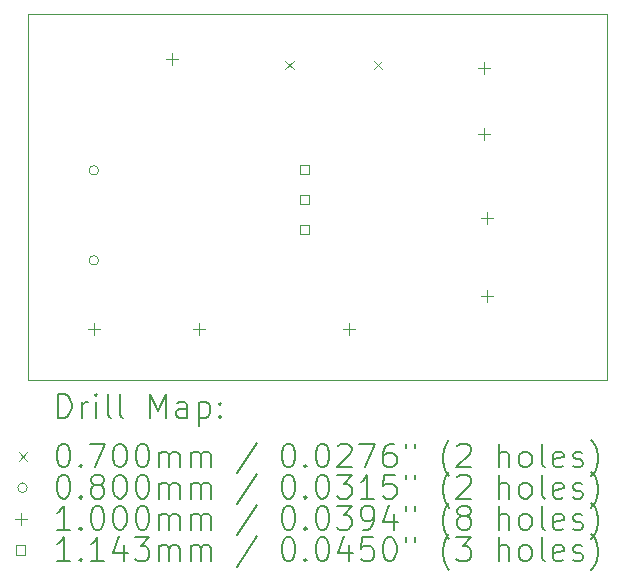
<source format=gbr>
%TF.GenerationSoftware,KiCad,Pcbnew,7.0.10*%
%TF.CreationDate,2025-02-21T18:11:26-05:00*%
%TF.ProjectId,sol pcb,736f6c20-7063-4622-9e6b-696361645f70,rev?*%
%TF.SameCoordinates,Original*%
%TF.FileFunction,Drillmap*%
%TF.FilePolarity,Positive*%
%FSLAX45Y45*%
G04 Gerber Fmt 4.5, Leading zero omitted, Abs format (unit mm)*
G04 Created by KiCad (PCBNEW 7.0.10) date 2025-02-21 18:11:26*
%MOMM*%
%LPD*%
G01*
G04 APERTURE LIST*
%ADD10C,0.100000*%
%ADD11C,0.200000*%
%ADD12C,0.114300*%
G04 APERTURE END LIST*
D10*
X12903200Y-4089400D02*
X17805400Y-4089400D01*
X17805400Y-7188200D01*
X12903200Y-7188200D01*
X12903200Y-4089400D01*
D11*
D10*
X15084000Y-4486200D02*
X15154000Y-4556200D01*
X15154000Y-4486200D02*
X15084000Y-4556200D01*
X15834000Y-4486200D02*
X15904000Y-4556200D01*
X15904000Y-4486200D02*
X15834000Y-4556200D01*
X13502000Y-5410200D02*
G75*
G03*
X13422000Y-5410200I-40000J0D01*
G01*
X13422000Y-5410200D02*
G75*
G03*
X13502000Y-5410200I40000J0D01*
G01*
X13502000Y-6172200D02*
G75*
G03*
X13422000Y-6172200I-40000J0D01*
G01*
X13422000Y-6172200D02*
G75*
G03*
X13502000Y-6172200I40000J0D01*
G01*
X13462000Y-6706400D02*
X13462000Y-6806400D01*
X13412000Y-6756400D02*
X13512000Y-6756400D01*
X14122400Y-4420400D02*
X14122400Y-4520400D01*
X14072400Y-4470400D02*
X14172400Y-4470400D01*
X14351000Y-6706400D02*
X14351000Y-6806400D01*
X14301000Y-6756400D02*
X14401000Y-6756400D01*
X15621000Y-6706400D02*
X15621000Y-6806400D01*
X15571000Y-6756400D02*
X15671000Y-6756400D01*
X16764000Y-4496600D02*
X16764000Y-4596600D01*
X16714000Y-4546600D02*
X16814000Y-4546600D01*
X16764000Y-5055400D02*
X16764000Y-5155400D01*
X16714000Y-5105400D02*
X16814000Y-5105400D01*
X16789400Y-5766600D02*
X16789400Y-5866600D01*
X16739400Y-5816600D02*
X16839400Y-5816600D01*
X16789400Y-6427000D02*
X16789400Y-6527000D01*
X16739400Y-6477000D02*
X16839400Y-6477000D01*
D12*
X15288031Y-5441722D02*
X15288031Y-5360899D01*
X15207208Y-5360899D01*
X15207208Y-5441722D01*
X15288031Y-5441722D01*
X15288031Y-5695721D02*
X15288031Y-5614898D01*
X15207208Y-5614898D01*
X15207208Y-5695721D01*
X15288031Y-5695721D01*
X15288031Y-5949721D02*
X15288031Y-5868898D01*
X15207208Y-5868898D01*
X15207208Y-5949721D01*
X15288031Y-5949721D01*
D11*
X13158977Y-7504684D02*
X13158977Y-7304684D01*
X13158977Y-7304684D02*
X13206596Y-7304684D01*
X13206596Y-7304684D02*
X13235167Y-7314208D01*
X13235167Y-7314208D02*
X13254215Y-7333255D01*
X13254215Y-7333255D02*
X13263739Y-7352303D01*
X13263739Y-7352303D02*
X13273262Y-7390398D01*
X13273262Y-7390398D02*
X13273262Y-7418969D01*
X13273262Y-7418969D02*
X13263739Y-7457065D01*
X13263739Y-7457065D02*
X13254215Y-7476112D01*
X13254215Y-7476112D02*
X13235167Y-7495160D01*
X13235167Y-7495160D02*
X13206596Y-7504684D01*
X13206596Y-7504684D02*
X13158977Y-7504684D01*
X13358977Y-7504684D02*
X13358977Y-7371350D01*
X13358977Y-7409446D02*
X13368501Y-7390398D01*
X13368501Y-7390398D02*
X13378024Y-7380874D01*
X13378024Y-7380874D02*
X13397072Y-7371350D01*
X13397072Y-7371350D02*
X13416120Y-7371350D01*
X13482786Y-7504684D02*
X13482786Y-7371350D01*
X13482786Y-7304684D02*
X13473262Y-7314208D01*
X13473262Y-7314208D02*
X13482786Y-7323731D01*
X13482786Y-7323731D02*
X13492310Y-7314208D01*
X13492310Y-7314208D02*
X13482786Y-7304684D01*
X13482786Y-7304684D02*
X13482786Y-7323731D01*
X13606596Y-7504684D02*
X13587548Y-7495160D01*
X13587548Y-7495160D02*
X13578024Y-7476112D01*
X13578024Y-7476112D02*
X13578024Y-7304684D01*
X13711358Y-7504684D02*
X13692310Y-7495160D01*
X13692310Y-7495160D02*
X13682786Y-7476112D01*
X13682786Y-7476112D02*
X13682786Y-7304684D01*
X13939929Y-7504684D02*
X13939929Y-7304684D01*
X13939929Y-7304684D02*
X14006596Y-7447541D01*
X14006596Y-7447541D02*
X14073262Y-7304684D01*
X14073262Y-7304684D02*
X14073262Y-7504684D01*
X14254215Y-7504684D02*
X14254215Y-7399922D01*
X14254215Y-7399922D02*
X14244691Y-7380874D01*
X14244691Y-7380874D02*
X14225643Y-7371350D01*
X14225643Y-7371350D02*
X14187548Y-7371350D01*
X14187548Y-7371350D02*
X14168501Y-7380874D01*
X14254215Y-7495160D02*
X14235167Y-7504684D01*
X14235167Y-7504684D02*
X14187548Y-7504684D01*
X14187548Y-7504684D02*
X14168501Y-7495160D01*
X14168501Y-7495160D02*
X14158977Y-7476112D01*
X14158977Y-7476112D02*
X14158977Y-7457065D01*
X14158977Y-7457065D02*
X14168501Y-7438017D01*
X14168501Y-7438017D02*
X14187548Y-7428493D01*
X14187548Y-7428493D02*
X14235167Y-7428493D01*
X14235167Y-7428493D02*
X14254215Y-7418969D01*
X14349453Y-7371350D02*
X14349453Y-7571350D01*
X14349453Y-7380874D02*
X14368501Y-7371350D01*
X14368501Y-7371350D02*
X14406596Y-7371350D01*
X14406596Y-7371350D02*
X14425643Y-7380874D01*
X14425643Y-7380874D02*
X14435167Y-7390398D01*
X14435167Y-7390398D02*
X14444691Y-7409446D01*
X14444691Y-7409446D02*
X14444691Y-7466588D01*
X14444691Y-7466588D02*
X14435167Y-7485636D01*
X14435167Y-7485636D02*
X14425643Y-7495160D01*
X14425643Y-7495160D02*
X14406596Y-7504684D01*
X14406596Y-7504684D02*
X14368501Y-7504684D01*
X14368501Y-7504684D02*
X14349453Y-7495160D01*
X14530405Y-7485636D02*
X14539929Y-7495160D01*
X14539929Y-7495160D02*
X14530405Y-7504684D01*
X14530405Y-7504684D02*
X14520882Y-7495160D01*
X14520882Y-7495160D02*
X14530405Y-7485636D01*
X14530405Y-7485636D02*
X14530405Y-7504684D01*
X14530405Y-7380874D02*
X14539929Y-7390398D01*
X14539929Y-7390398D02*
X14530405Y-7399922D01*
X14530405Y-7399922D02*
X14520882Y-7390398D01*
X14520882Y-7390398D02*
X14530405Y-7380874D01*
X14530405Y-7380874D02*
X14530405Y-7399922D01*
D10*
X12828200Y-7798200D02*
X12898200Y-7868200D01*
X12898200Y-7798200D02*
X12828200Y-7868200D01*
D11*
X13197072Y-7724684D02*
X13216120Y-7724684D01*
X13216120Y-7724684D02*
X13235167Y-7734208D01*
X13235167Y-7734208D02*
X13244691Y-7743731D01*
X13244691Y-7743731D02*
X13254215Y-7762779D01*
X13254215Y-7762779D02*
X13263739Y-7800874D01*
X13263739Y-7800874D02*
X13263739Y-7848493D01*
X13263739Y-7848493D02*
X13254215Y-7886588D01*
X13254215Y-7886588D02*
X13244691Y-7905636D01*
X13244691Y-7905636D02*
X13235167Y-7915160D01*
X13235167Y-7915160D02*
X13216120Y-7924684D01*
X13216120Y-7924684D02*
X13197072Y-7924684D01*
X13197072Y-7924684D02*
X13178024Y-7915160D01*
X13178024Y-7915160D02*
X13168501Y-7905636D01*
X13168501Y-7905636D02*
X13158977Y-7886588D01*
X13158977Y-7886588D02*
X13149453Y-7848493D01*
X13149453Y-7848493D02*
X13149453Y-7800874D01*
X13149453Y-7800874D02*
X13158977Y-7762779D01*
X13158977Y-7762779D02*
X13168501Y-7743731D01*
X13168501Y-7743731D02*
X13178024Y-7734208D01*
X13178024Y-7734208D02*
X13197072Y-7724684D01*
X13349453Y-7905636D02*
X13358977Y-7915160D01*
X13358977Y-7915160D02*
X13349453Y-7924684D01*
X13349453Y-7924684D02*
X13339929Y-7915160D01*
X13339929Y-7915160D02*
X13349453Y-7905636D01*
X13349453Y-7905636D02*
X13349453Y-7924684D01*
X13425643Y-7724684D02*
X13558977Y-7724684D01*
X13558977Y-7724684D02*
X13473262Y-7924684D01*
X13673262Y-7724684D02*
X13692310Y-7724684D01*
X13692310Y-7724684D02*
X13711358Y-7734208D01*
X13711358Y-7734208D02*
X13720882Y-7743731D01*
X13720882Y-7743731D02*
X13730405Y-7762779D01*
X13730405Y-7762779D02*
X13739929Y-7800874D01*
X13739929Y-7800874D02*
X13739929Y-7848493D01*
X13739929Y-7848493D02*
X13730405Y-7886588D01*
X13730405Y-7886588D02*
X13720882Y-7905636D01*
X13720882Y-7905636D02*
X13711358Y-7915160D01*
X13711358Y-7915160D02*
X13692310Y-7924684D01*
X13692310Y-7924684D02*
X13673262Y-7924684D01*
X13673262Y-7924684D02*
X13654215Y-7915160D01*
X13654215Y-7915160D02*
X13644691Y-7905636D01*
X13644691Y-7905636D02*
X13635167Y-7886588D01*
X13635167Y-7886588D02*
X13625643Y-7848493D01*
X13625643Y-7848493D02*
X13625643Y-7800874D01*
X13625643Y-7800874D02*
X13635167Y-7762779D01*
X13635167Y-7762779D02*
X13644691Y-7743731D01*
X13644691Y-7743731D02*
X13654215Y-7734208D01*
X13654215Y-7734208D02*
X13673262Y-7724684D01*
X13863739Y-7724684D02*
X13882786Y-7724684D01*
X13882786Y-7724684D02*
X13901834Y-7734208D01*
X13901834Y-7734208D02*
X13911358Y-7743731D01*
X13911358Y-7743731D02*
X13920882Y-7762779D01*
X13920882Y-7762779D02*
X13930405Y-7800874D01*
X13930405Y-7800874D02*
X13930405Y-7848493D01*
X13930405Y-7848493D02*
X13920882Y-7886588D01*
X13920882Y-7886588D02*
X13911358Y-7905636D01*
X13911358Y-7905636D02*
X13901834Y-7915160D01*
X13901834Y-7915160D02*
X13882786Y-7924684D01*
X13882786Y-7924684D02*
X13863739Y-7924684D01*
X13863739Y-7924684D02*
X13844691Y-7915160D01*
X13844691Y-7915160D02*
X13835167Y-7905636D01*
X13835167Y-7905636D02*
X13825643Y-7886588D01*
X13825643Y-7886588D02*
X13816120Y-7848493D01*
X13816120Y-7848493D02*
X13816120Y-7800874D01*
X13816120Y-7800874D02*
X13825643Y-7762779D01*
X13825643Y-7762779D02*
X13835167Y-7743731D01*
X13835167Y-7743731D02*
X13844691Y-7734208D01*
X13844691Y-7734208D02*
X13863739Y-7724684D01*
X14016120Y-7924684D02*
X14016120Y-7791350D01*
X14016120Y-7810398D02*
X14025643Y-7800874D01*
X14025643Y-7800874D02*
X14044691Y-7791350D01*
X14044691Y-7791350D02*
X14073263Y-7791350D01*
X14073263Y-7791350D02*
X14092310Y-7800874D01*
X14092310Y-7800874D02*
X14101834Y-7819922D01*
X14101834Y-7819922D02*
X14101834Y-7924684D01*
X14101834Y-7819922D02*
X14111358Y-7800874D01*
X14111358Y-7800874D02*
X14130405Y-7791350D01*
X14130405Y-7791350D02*
X14158977Y-7791350D01*
X14158977Y-7791350D02*
X14178024Y-7800874D01*
X14178024Y-7800874D02*
X14187548Y-7819922D01*
X14187548Y-7819922D02*
X14187548Y-7924684D01*
X14282786Y-7924684D02*
X14282786Y-7791350D01*
X14282786Y-7810398D02*
X14292310Y-7800874D01*
X14292310Y-7800874D02*
X14311358Y-7791350D01*
X14311358Y-7791350D02*
X14339929Y-7791350D01*
X14339929Y-7791350D02*
X14358977Y-7800874D01*
X14358977Y-7800874D02*
X14368501Y-7819922D01*
X14368501Y-7819922D02*
X14368501Y-7924684D01*
X14368501Y-7819922D02*
X14378024Y-7800874D01*
X14378024Y-7800874D02*
X14397072Y-7791350D01*
X14397072Y-7791350D02*
X14425643Y-7791350D01*
X14425643Y-7791350D02*
X14444691Y-7800874D01*
X14444691Y-7800874D02*
X14454215Y-7819922D01*
X14454215Y-7819922D02*
X14454215Y-7924684D01*
X14844691Y-7715160D02*
X14673263Y-7972303D01*
X15101834Y-7724684D02*
X15120882Y-7724684D01*
X15120882Y-7724684D02*
X15139929Y-7734208D01*
X15139929Y-7734208D02*
X15149453Y-7743731D01*
X15149453Y-7743731D02*
X15158977Y-7762779D01*
X15158977Y-7762779D02*
X15168501Y-7800874D01*
X15168501Y-7800874D02*
X15168501Y-7848493D01*
X15168501Y-7848493D02*
X15158977Y-7886588D01*
X15158977Y-7886588D02*
X15149453Y-7905636D01*
X15149453Y-7905636D02*
X15139929Y-7915160D01*
X15139929Y-7915160D02*
X15120882Y-7924684D01*
X15120882Y-7924684D02*
X15101834Y-7924684D01*
X15101834Y-7924684D02*
X15082786Y-7915160D01*
X15082786Y-7915160D02*
X15073263Y-7905636D01*
X15073263Y-7905636D02*
X15063739Y-7886588D01*
X15063739Y-7886588D02*
X15054215Y-7848493D01*
X15054215Y-7848493D02*
X15054215Y-7800874D01*
X15054215Y-7800874D02*
X15063739Y-7762779D01*
X15063739Y-7762779D02*
X15073263Y-7743731D01*
X15073263Y-7743731D02*
X15082786Y-7734208D01*
X15082786Y-7734208D02*
X15101834Y-7724684D01*
X15254215Y-7905636D02*
X15263739Y-7915160D01*
X15263739Y-7915160D02*
X15254215Y-7924684D01*
X15254215Y-7924684D02*
X15244691Y-7915160D01*
X15244691Y-7915160D02*
X15254215Y-7905636D01*
X15254215Y-7905636D02*
X15254215Y-7924684D01*
X15387548Y-7724684D02*
X15406596Y-7724684D01*
X15406596Y-7724684D02*
X15425644Y-7734208D01*
X15425644Y-7734208D02*
X15435167Y-7743731D01*
X15435167Y-7743731D02*
X15444691Y-7762779D01*
X15444691Y-7762779D02*
X15454215Y-7800874D01*
X15454215Y-7800874D02*
X15454215Y-7848493D01*
X15454215Y-7848493D02*
X15444691Y-7886588D01*
X15444691Y-7886588D02*
X15435167Y-7905636D01*
X15435167Y-7905636D02*
X15425644Y-7915160D01*
X15425644Y-7915160D02*
X15406596Y-7924684D01*
X15406596Y-7924684D02*
X15387548Y-7924684D01*
X15387548Y-7924684D02*
X15368501Y-7915160D01*
X15368501Y-7915160D02*
X15358977Y-7905636D01*
X15358977Y-7905636D02*
X15349453Y-7886588D01*
X15349453Y-7886588D02*
X15339929Y-7848493D01*
X15339929Y-7848493D02*
X15339929Y-7800874D01*
X15339929Y-7800874D02*
X15349453Y-7762779D01*
X15349453Y-7762779D02*
X15358977Y-7743731D01*
X15358977Y-7743731D02*
X15368501Y-7734208D01*
X15368501Y-7734208D02*
X15387548Y-7724684D01*
X15530406Y-7743731D02*
X15539929Y-7734208D01*
X15539929Y-7734208D02*
X15558977Y-7724684D01*
X15558977Y-7724684D02*
X15606596Y-7724684D01*
X15606596Y-7724684D02*
X15625644Y-7734208D01*
X15625644Y-7734208D02*
X15635167Y-7743731D01*
X15635167Y-7743731D02*
X15644691Y-7762779D01*
X15644691Y-7762779D02*
X15644691Y-7781827D01*
X15644691Y-7781827D02*
X15635167Y-7810398D01*
X15635167Y-7810398D02*
X15520882Y-7924684D01*
X15520882Y-7924684D02*
X15644691Y-7924684D01*
X15711358Y-7724684D02*
X15844691Y-7724684D01*
X15844691Y-7724684D02*
X15758977Y-7924684D01*
X16006596Y-7724684D02*
X15968501Y-7724684D01*
X15968501Y-7724684D02*
X15949453Y-7734208D01*
X15949453Y-7734208D02*
X15939929Y-7743731D01*
X15939929Y-7743731D02*
X15920882Y-7772303D01*
X15920882Y-7772303D02*
X15911358Y-7810398D01*
X15911358Y-7810398D02*
X15911358Y-7886588D01*
X15911358Y-7886588D02*
X15920882Y-7905636D01*
X15920882Y-7905636D02*
X15930406Y-7915160D01*
X15930406Y-7915160D02*
X15949453Y-7924684D01*
X15949453Y-7924684D02*
X15987548Y-7924684D01*
X15987548Y-7924684D02*
X16006596Y-7915160D01*
X16006596Y-7915160D02*
X16016120Y-7905636D01*
X16016120Y-7905636D02*
X16025644Y-7886588D01*
X16025644Y-7886588D02*
X16025644Y-7838969D01*
X16025644Y-7838969D02*
X16016120Y-7819922D01*
X16016120Y-7819922D02*
X16006596Y-7810398D01*
X16006596Y-7810398D02*
X15987548Y-7800874D01*
X15987548Y-7800874D02*
X15949453Y-7800874D01*
X15949453Y-7800874D02*
X15930406Y-7810398D01*
X15930406Y-7810398D02*
X15920882Y-7819922D01*
X15920882Y-7819922D02*
X15911358Y-7838969D01*
X16101834Y-7724684D02*
X16101834Y-7762779D01*
X16178025Y-7724684D02*
X16178025Y-7762779D01*
X16473263Y-8000874D02*
X16463739Y-7991350D01*
X16463739Y-7991350D02*
X16444691Y-7962779D01*
X16444691Y-7962779D02*
X16435168Y-7943731D01*
X16435168Y-7943731D02*
X16425644Y-7915160D01*
X16425644Y-7915160D02*
X16416120Y-7867541D01*
X16416120Y-7867541D02*
X16416120Y-7829446D01*
X16416120Y-7829446D02*
X16425644Y-7781827D01*
X16425644Y-7781827D02*
X16435168Y-7753255D01*
X16435168Y-7753255D02*
X16444691Y-7734208D01*
X16444691Y-7734208D02*
X16463739Y-7705636D01*
X16463739Y-7705636D02*
X16473263Y-7696112D01*
X16539929Y-7743731D02*
X16549453Y-7734208D01*
X16549453Y-7734208D02*
X16568501Y-7724684D01*
X16568501Y-7724684D02*
X16616120Y-7724684D01*
X16616120Y-7724684D02*
X16635168Y-7734208D01*
X16635168Y-7734208D02*
X16644691Y-7743731D01*
X16644691Y-7743731D02*
X16654215Y-7762779D01*
X16654215Y-7762779D02*
X16654215Y-7781827D01*
X16654215Y-7781827D02*
X16644691Y-7810398D01*
X16644691Y-7810398D02*
X16530406Y-7924684D01*
X16530406Y-7924684D02*
X16654215Y-7924684D01*
X16892311Y-7924684D02*
X16892311Y-7724684D01*
X16978025Y-7924684D02*
X16978025Y-7819922D01*
X16978025Y-7819922D02*
X16968501Y-7800874D01*
X16968501Y-7800874D02*
X16949453Y-7791350D01*
X16949453Y-7791350D02*
X16920882Y-7791350D01*
X16920882Y-7791350D02*
X16901834Y-7800874D01*
X16901834Y-7800874D02*
X16892311Y-7810398D01*
X17101834Y-7924684D02*
X17082787Y-7915160D01*
X17082787Y-7915160D02*
X17073263Y-7905636D01*
X17073263Y-7905636D02*
X17063739Y-7886588D01*
X17063739Y-7886588D02*
X17063739Y-7829446D01*
X17063739Y-7829446D02*
X17073263Y-7810398D01*
X17073263Y-7810398D02*
X17082787Y-7800874D01*
X17082787Y-7800874D02*
X17101834Y-7791350D01*
X17101834Y-7791350D02*
X17130406Y-7791350D01*
X17130406Y-7791350D02*
X17149453Y-7800874D01*
X17149453Y-7800874D02*
X17158977Y-7810398D01*
X17158977Y-7810398D02*
X17168501Y-7829446D01*
X17168501Y-7829446D02*
X17168501Y-7886588D01*
X17168501Y-7886588D02*
X17158977Y-7905636D01*
X17158977Y-7905636D02*
X17149453Y-7915160D01*
X17149453Y-7915160D02*
X17130406Y-7924684D01*
X17130406Y-7924684D02*
X17101834Y-7924684D01*
X17282787Y-7924684D02*
X17263739Y-7915160D01*
X17263739Y-7915160D02*
X17254215Y-7896112D01*
X17254215Y-7896112D02*
X17254215Y-7724684D01*
X17435168Y-7915160D02*
X17416120Y-7924684D01*
X17416120Y-7924684D02*
X17378025Y-7924684D01*
X17378025Y-7924684D02*
X17358977Y-7915160D01*
X17358977Y-7915160D02*
X17349453Y-7896112D01*
X17349453Y-7896112D02*
X17349453Y-7819922D01*
X17349453Y-7819922D02*
X17358977Y-7800874D01*
X17358977Y-7800874D02*
X17378025Y-7791350D01*
X17378025Y-7791350D02*
X17416120Y-7791350D01*
X17416120Y-7791350D02*
X17435168Y-7800874D01*
X17435168Y-7800874D02*
X17444692Y-7819922D01*
X17444692Y-7819922D02*
X17444692Y-7838969D01*
X17444692Y-7838969D02*
X17349453Y-7858017D01*
X17520882Y-7915160D02*
X17539930Y-7924684D01*
X17539930Y-7924684D02*
X17578025Y-7924684D01*
X17578025Y-7924684D02*
X17597073Y-7915160D01*
X17597073Y-7915160D02*
X17606596Y-7896112D01*
X17606596Y-7896112D02*
X17606596Y-7886588D01*
X17606596Y-7886588D02*
X17597073Y-7867541D01*
X17597073Y-7867541D02*
X17578025Y-7858017D01*
X17578025Y-7858017D02*
X17549453Y-7858017D01*
X17549453Y-7858017D02*
X17530406Y-7848493D01*
X17530406Y-7848493D02*
X17520882Y-7829446D01*
X17520882Y-7829446D02*
X17520882Y-7819922D01*
X17520882Y-7819922D02*
X17530406Y-7800874D01*
X17530406Y-7800874D02*
X17549453Y-7791350D01*
X17549453Y-7791350D02*
X17578025Y-7791350D01*
X17578025Y-7791350D02*
X17597073Y-7800874D01*
X17673263Y-8000874D02*
X17682787Y-7991350D01*
X17682787Y-7991350D02*
X17701834Y-7962779D01*
X17701834Y-7962779D02*
X17711358Y-7943731D01*
X17711358Y-7943731D02*
X17720882Y-7915160D01*
X17720882Y-7915160D02*
X17730406Y-7867541D01*
X17730406Y-7867541D02*
X17730406Y-7829446D01*
X17730406Y-7829446D02*
X17720882Y-7781827D01*
X17720882Y-7781827D02*
X17711358Y-7753255D01*
X17711358Y-7753255D02*
X17701834Y-7734208D01*
X17701834Y-7734208D02*
X17682787Y-7705636D01*
X17682787Y-7705636D02*
X17673263Y-7696112D01*
D10*
X12898200Y-8097200D02*
G75*
G03*
X12818200Y-8097200I-40000J0D01*
G01*
X12818200Y-8097200D02*
G75*
G03*
X12898200Y-8097200I40000J0D01*
G01*
D11*
X13197072Y-7988684D02*
X13216120Y-7988684D01*
X13216120Y-7988684D02*
X13235167Y-7998208D01*
X13235167Y-7998208D02*
X13244691Y-8007731D01*
X13244691Y-8007731D02*
X13254215Y-8026779D01*
X13254215Y-8026779D02*
X13263739Y-8064874D01*
X13263739Y-8064874D02*
X13263739Y-8112493D01*
X13263739Y-8112493D02*
X13254215Y-8150588D01*
X13254215Y-8150588D02*
X13244691Y-8169636D01*
X13244691Y-8169636D02*
X13235167Y-8179160D01*
X13235167Y-8179160D02*
X13216120Y-8188684D01*
X13216120Y-8188684D02*
X13197072Y-8188684D01*
X13197072Y-8188684D02*
X13178024Y-8179160D01*
X13178024Y-8179160D02*
X13168501Y-8169636D01*
X13168501Y-8169636D02*
X13158977Y-8150588D01*
X13158977Y-8150588D02*
X13149453Y-8112493D01*
X13149453Y-8112493D02*
X13149453Y-8064874D01*
X13149453Y-8064874D02*
X13158977Y-8026779D01*
X13158977Y-8026779D02*
X13168501Y-8007731D01*
X13168501Y-8007731D02*
X13178024Y-7998208D01*
X13178024Y-7998208D02*
X13197072Y-7988684D01*
X13349453Y-8169636D02*
X13358977Y-8179160D01*
X13358977Y-8179160D02*
X13349453Y-8188684D01*
X13349453Y-8188684D02*
X13339929Y-8179160D01*
X13339929Y-8179160D02*
X13349453Y-8169636D01*
X13349453Y-8169636D02*
X13349453Y-8188684D01*
X13473262Y-8074398D02*
X13454215Y-8064874D01*
X13454215Y-8064874D02*
X13444691Y-8055350D01*
X13444691Y-8055350D02*
X13435167Y-8036303D01*
X13435167Y-8036303D02*
X13435167Y-8026779D01*
X13435167Y-8026779D02*
X13444691Y-8007731D01*
X13444691Y-8007731D02*
X13454215Y-7998208D01*
X13454215Y-7998208D02*
X13473262Y-7988684D01*
X13473262Y-7988684D02*
X13511358Y-7988684D01*
X13511358Y-7988684D02*
X13530405Y-7998208D01*
X13530405Y-7998208D02*
X13539929Y-8007731D01*
X13539929Y-8007731D02*
X13549453Y-8026779D01*
X13549453Y-8026779D02*
X13549453Y-8036303D01*
X13549453Y-8036303D02*
X13539929Y-8055350D01*
X13539929Y-8055350D02*
X13530405Y-8064874D01*
X13530405Y-8064874D02*
X13511358Y-8074398D01*
X13511358Y-8074398D02*
X13473262Y-8074398D01*
X13473262Y-8074398D02*
X13454215Y-8083922D01*
X13454215Y-8083922D02*
X13444691Y-8093446D01*
X13444691Y-8093446D02*
X13435167Y-8112493D01*
X13435167Y-8112493D02*
X13435167Y-8150588D01*
X13435167Y-8150588D02*
X13444691Y-8169636D01*
X13444691Y-8169636D02*
X13454215Y-8179160D01*
X13454215Y-8179160D02*
X13473262Y-8188684D01*
X13473262Y-8188684D02*
X13511358Y-8188684D01*
X13511358Y-8188684D02*
X13530405Y-8179160D01*
X13530405Y-8179160D02*
X13539929Y-8169636D01*
X13539929Y-8169636D02*
X13549453Y-8150588D01*
X13549453Y-8150588D02*
X13549453Y-8112493D01*
X13549453Y-8112493D02*
X13539929Y-8093446D01*
X13539929Y-8093446D02*
X13530405Y-8083922D01*
X13530405Y-8083922D02*
X13511358Y-8074398D01*
X13673262Y-7988684D02*
X13692310Y-7988684D01*
X13692310Y-7988684D02*
X13711358Y-7998208D01*
X13711358Y-7998208D02*
X13720882Y-8007731D01*
X13720882Y-8007731D02*
X13730405Y-8026779D01*
X13730405Y-8026779D02*
X13739929Y-8064874D01*
X13739929Y-8064874D02*
X13739929Y-8112493D01*
X13739929Y-8112493D02*
X13730405Y-8150588D01*
X13730405Y-8150588D02*
X13720882Y-8169636D01*
X13720882Y-8169636D02*
X13711358Y-8179160D01*
X13711358Y-8179160D02*
X13692310Y-8188684D01*
X13692310Y-8188684D02*
X13673262Y-8188684D01*
X13673262Y-8188684D02*
X13654215Y-8179160D01*
X13654215Y-8179160D02*
X13644691Y-8169636D01*
X13644691Y-8169636D02*
X13635167Y-8150588D01*
X13635167Y-8150588D02*
X13625643Y-8112493D01*
X13625643Y-8112493D02*
X13625643Y-8064874D01*
X13625643Y-8064874D02*
X13635167Y-8026779D01*
X13635167Y-8026779D02*
X13644691Y-8007731D01*
X13644691Y-8007731D02*
X13654215Y-7998208D01*
X13654215Y-7998208D02*
X13673262Y-7988684D01*
X13863739Y-7988684D02*
X13882786Y-7988684D01*
X13882786Y-7988684D02*
X13901834Y-7998208D01*
X13901834Y-7998208D02*
X13911358Y-8007731D01*
X13911358Y-8007731D02*
X13920882Y-8026779D01*
X13920882Y-8026779D02*
X13930405Y-8064874D01*
X13930405Y-8064874D02*
X13930405Y-8112493D01*
X13930405Y-8112493D02*
X13920882Y-8150588D01*
X13920882Y-8150588D02*
X13911358Y-8169636D01*
X13911358Y-8169636D02*
X13901834Y-8179160D01*
X13901834Y-8179160D02*
X13882786Y-8188684D01*
X13882786Y-8188684D02*
X13863739Y-8188684D01*
X13863739Y-8188684D02*
X13844691Y-8179160D01*
X13844691Y-8179160D02*
X13835167Y-8169636D01*
X13835167Y-8169636D02*
X13825643Y-8150588D01*
X13825643Y-8150588D02*
X13816120Y-8112493D01*
X13816120Y-8112493D02*
X13816120Y-8064874D01*
X13816120Y-8064874D02*
X13825643Y-8026779D01*
X13825643Y-8026779D02*
X13835167Y-8007731D01*
X13835167Y-8007731D02*
X13844691Y-7998208D01*
X13844691Y-7998208D02*
X13863739Y-7988684D01*
X14016120Y-8188684D02*
X14016120Y-8055350D01*
X14016120Y-8074398D02*
X14025643Y-8064874D01*
X14025643Y-8064874D02*
X14044691Y-8055350D01*
X14044691Y-8055350D02*
X14073263Y-8055350D01*
X14073263Y-8055350D02*
X14092310Y-8064874D01*
X14092310Y-8064874D02*
X14101834Y-8083922D01*
X14101834Y-8083922D02*
X14101834Y-8188684D01*
X14101834Y-8083922D02*
X14111358Y-8064874D01*
X14111358Y-8064874D02*
X14130405Y-8055350D01*
X14130405Y-8055350D02*
X14158977Y-8055350D01*
X14158977Y-8055350D02*
X14178024Y-8064874D01*
X14178024Y-8064874D02*
X14187548Y-8083922D01*
X14187548Y-8083922D02*
X14187548Y-8188684D01*
X14282786Y-8188684D02*
X14282786Y-8055350D01*
X14282786Y-8074398D02*
X14292310Y-8064874D01*
X14292310Y-8064874D02*
X14311358Y-8055350D01*
X14311358Y-8055350D02*
X14339929Y-8055350D01*
X14339929Y-8055350D02*
X14358977Y-8064874D01*
X14358977Y-8064874D02*
X14368501Y-8083922D01*
X14368501Y-8083922D02*
X14368501Y-8188684D01*
X14368501Y-8083922D02*
X14378024Y-8064874D01*
X14378024Y-8064874D02*
X14397072Y-8055350D01*
X14397072Y-8055350D02*
X14425643Y-8055350D01*
X14425643Y-8055350D02*
X14444691Y-8064874D01*
X14444691Y-8064874D02*
X14454215Y-8083922D01*
X14454215Y-8083922D02*
X14454215Y-8188684D01*
X14844691Y-7979160D02*
X14673263Y-8236303D01*
X15101834Y-7988684D02*
X15120882Y-7988684D01*
X15120882Y-7988684D02*
X15139929Y-7998208D01*
X15139929Y-7998208D02*
X15149453Y-8007731D01*
X15149453Y-8007731D02*
X15158977Y-8026779D01*
X15158977Y-8026779D02*
X15168501Y-8064874D01*
X15168501Y-8064874D02*
X15168501Y-8112493D01*
X15168501Y-8112493D02*
X15158977Y-8150588D01*
X15158977Y-8150588D02*
X15149453Y-8169636D01*
X15149453Y-8169636D02*
X15139929Y-8179160D01*
X15139929Y-8179160D02*
X15120882Y-8188684D01*
X15120882Y-8188684D02*
X15101834Y-8188684D01*
X15101834Y-8188684D02*
X15082786Y-8179160D01*
X15082786Y-8179160D02*
X15073263Y-8169636D01*
X15073263Y-8169636D02*
X15063739Y-8150588D01*
X15063739Y-8150588D02*
X15054215Y-8112493D01*
X15054215Y-8112493D02*
X15054215Y-8064874D01*
X15054215Y-8064874D02*
X15063739Y-8026779D01*
X15063739Y-8026779D02*
X15073263Y-8007731D01*
X15073263Y-8007731D02*
X15082786Y-7998208D01*
X15082786Y-7998208D02*
X15101834Y-7988684D01*
X15254215Y-8169636D02*
X15263739Y-8179160D01*
X15263739Y-8179160D02*
X15254215Y-8188684D01*
X15254215Y-8188684D02*
X15244691Y-8179160D01*
X15244691Y-8179160D02*
X15254215Y-8169636D01*
X15254215Y-8169636D02*
X15254215Y-8188684D01*
X15387548Y-7988684D02*
X15406596Y-7988684D01*
X15406596Y-7988684D02*
X15425644Y-7998208D01*
X15425644Y-7998208D02*
X15435167Y-8007731D01*
X15435167Y-8007731D02*
X15444691Y-8026779D01*
X15444691Y-8026779D02*
X15454215Y-8064874D01*
X15454215Y-8064874D02*
X15454215Y-8112493D01*
X15454215Y-8112493D02*
X15444691Y-8150588D01*
X15444691Y-8150588D02*
X15435167Y-8169636D01*
X15435167Y-8169636D02*
X15425644Y-8179160D01*
X15425644Y-8179160D02*
X15406596Y-8188684D01*
X15406596Y-8188684D02*
X15387548Y-8188684D01*
X15387548Y-8188684D02*
X15368501Y-8179160D01*
X15368501Y-8179160D02*
X15358977Y-8169636D01*
X15358977Y-8169636D02*
X15349453Y-8150588D01*
X15349453Y-8150588D02*
X15339929Y-8112493D01*
X15339929Y-8112493D02*
X15339929Y-8064874D01*
X15339929Y-8064874D02*
X15349453Y-8026779D01*
X15349453Y-8026779D02*
X15358977Y-8007731D01*
X15358977Y-8007731D02*
X15368501Y-7998208D01*
X15368501Y-7998208D02*
X15387548Y-7988684D01*
X15520882Y-7988684D02*
X15644691Y-7988684D01*
X15644691Y-7988684D02*
X15578025Y-8064874D01*
X15578025Y-8064874D02*
X15606596Y-8064874D01*
X15606596Y-8064874D02*
X15625644Y-8074398D01*
X15625644Y-8074398D02*
X15635167Y-8083922D01*
X15635167Y-8083922D02*
X15644691Y-8102969D01*
X15644691Y-8102969D02*
X15644691Y-8150588D01*
X15644691Y-8150588D02*
X15635167Y-8169636D01*
X15635167Y-8169636D02*
X15625644Y-8179160D01*
X15625644Y-8179160D02*
X15606596Y-8188684D01*
X15606596Y-8188684D02*
X15549453Y-8188684D01*
X15549453Y-8188684D02*
X15530406Y-8179160D01*
X15530406Y-8179160D02*
X15520882Y-8169636D01*
X15835167Y-8188684D02*
X15720882Y-8188684D01*
X15778025Y-8188684D02*
X15778025Y-7988684D01*
X15778025Y-7988684D02*
X15758977Y-8017255D01*
X15758977Y-8017255D02*
X15739929Y-8036303D01*
X15739929Y-8036303D02*
X15720882Y-8045827D01*
X16016120Y-7988684D02*
X15920882Y-7988684D01*
X15920882Y-7988684D02*
X15911358Y-8083922D01*
X15911358Y-8083922D02*
X15920882Y-8074398D01*
X15920882Y-8074398D02*
X15939929Y-8064874D01*
X15939929Y-8064874D02*
X15987548Y-8064874D01*
X15987548Y-8064874D02*
X16006596Y-8074398D01*
X16006596Y-8074398D02*
X16016120Y-8083922D01*
X16016120Y-8083922D02*
X16025644Y-8102969D01*
X16025644Y-8102969D02*
X16025644Y-8150588D01*
X16025644Y-8150588D02*
X16016120Y-8169636D01*
X16016120Y-8169636D02*
X16006596Y-8179160D01*
X16006596Y-8179160D02*
X15987548Y-8188684D01*
X15987548Y-8188684D02*
X15939929Y-8188684D01*
X15939929Y-8188684D02*
X15920882Y-8179160D01*
X15920882Y-8179160D02*
X15911358Y-8169636D01*
X16101834Y-7988684D02*
X16101834Y-8026779D01*
X16178025Y-7988684D02*
X16178025Y-8026779D01*
X16473263Y-8264874D02*
X16463739Y-8255350D01*
X16463739Y-8255350D02*
X16444691Y-8226779D01*
X16444691Y-8226779D02*
X16435168Y-8207731D01*
X16435168Y-8207731D02*
X16425644Y-8179160D01*
X16425644Y-8179160D02*
X16416120Y-8131541D01*
X16416120Y-8131541D02*
X16416120Y-8093446D01*
X16416120Y-8093446D02*
X16425644Y-8045827D01*
X16425644Y-8045827D02*
X16435168Y-8017255D01*
X16435168Y-8017255D02*
X16444691Y-7998208D01*
X16444691Y-7998208D02*
X16463739Y-7969636D01*
X16463739Y-7969636D02*
X16473263Y-7960112D01*
X16539929Y-8007731D02*
X16549453Y-7998208D01*
X16549453Y-7998208D02*
X16568501Y-7988684D01*
X16568501Y-7988684D02*
X16616120Y-7988684D01*
X16616120Y-7988684D02*
X16635168Y-7998208D01*
X16635168Y-7998208D02*
X16644691Y-8007731D01*
X16644691Y-8007731D02*
X16654215Y-8026779D01*
X16654215Y-8026779D02*
X16654215Y-8045827D01*
X16654215Y-8045827D02*
X16644691Y-8074398D01*
X16644691Y-8074398D02*
X16530406Y-8188684D01*
X16530406Y-8188684D02*
X16654215Y-8188684D01*
X16892311Y-8188684D02*
X16892311Y-7988684D01*
X16978025Y-8188684D02*
X16978025Y-8083922D01*
X16978025Y-8083922D02*
X16968501Y-8064874D01*
X16968501Y-8064874D02*
X16949453Y-8055350D01*
X16949453Y-8055350D02*
X16920882Y-8055350D01*
X16920882Y-8055350D02*
X16901834Y-8064874D01*
X16901834Y-8064874D02*
X16892311Y-8074398D01*
X17101834Y-8188684D02*
X17082787Y-8179160D01*
X17082787Y-8179160D02*
X17073263Y-8169636D01*
X17073263Y-8169636D02*
X17063739Y-8150588D01*
X17063739Y-8150588D02*
X17063739Y-8093446D01*
X17063739Y-8093446D02*
X17073263Y-8074398D01*
X17073263Y-8074398D02*
X17082787Y-8064874D01*
X17082787Y-8064874D02*
X17101834Y-8055350D01*
X17101834Y-8055350D02*
X17130406Y-8055350D01*
X17130406Y-8055350D02*
X17149453Y-8064874D01*
X17149453Y-8064874D02*
X17158977Y-8074398D01*
X17158977Y-8074398D02*
X17168501Y-8093446D01*
X17168501Y-8093446D02*
X17168501Y-8150588D01*
X17168501Y-8150588D02*
X17158977Y-8169636D01*
X17158977Y-8169636D02*
X17149453Y-8179160D01*
X17149453Y-8179160D02*
X17130406Y-8188684D01*
X17130406Y-8188684D02*
X17101834Y-8188684D01*
X17282787Y-8188684D02*
X17263739Y-8179160D01*
X17263739Y-8179160D02*
X17254215Y-8160112D01*
X17254215Y-8160112D02*
X17254215Y-7988684D01*
X17435168Y-8179160D02*
X17416120Y-8188684D01*
X17416120Y-8188684D02*
X17378025Y-8188684D01*
X17378025Y-8188684D02*
X17358977Y-8179160D01*
X17358977Y-8179160D02*
X17349453Y-8160112D01*
X17349453Y-8160112D02*
X17349453Y-8083922D01*
X17349453Y-8083922D02*
X17358977Y-8064874D01*
X17358977Y-8064874D02*
X17378025Y-8055350D01*
X17378025Y-8055350D02*
X17416120Y-8055350D01*
X17416120Y-8055350D02*
X17435168Y-8064874D01*
X17435168Y-8064874D02*
X17444692Y-8083922D01*
X17444692Y-8083922D02*
X17444692Y-8102969D01*
X17444692Y-8102969D02*
X17349453Y-8122017D01*
X17520882Y-8179160D02*
X17539930Y-8188684D01*
X17539930Y-8188684D02*
X17578025Y-8188684D01*
X17578025Y-8188684D02*
X17597073Y-8179160D01*
X17597073Y-8179160D02*
X17606596Y-8160112D01*
X17606596Y-8160112D02*
X17606596Y-8150588D01*
X17606596Y-8150588D02*
X17597073Y-8131541D01*
X17597073Y-8131541D02*
X17578025Y-8122017D01*
X17578025Y-8122017D02*
X17549453Y-8122017D01*
X17549453Y-8122017D02*
X17530406Y-8112493D01*
X17530406Y-8112493D02*
X17520882Y-8093446D01*
X17520882Y-8093446D02*
X17520882Y-8083922D01*
X17520882Y-8083922D02*
X17530406Y-8064874D01*
X17530406Y-8064874D02*
X17549453Y-8055350D01*
X17549453Y-8055350D02*
X17578025Y-8055350D01*
X17578025Y-8055350D02*
X17597073Y-8064874D01*
X17673263Y-8264874D02*
X17682787Y-8255350D01*
X17682787Y-8255350D02*
X17701834Y-8226779D01*
X17701834Y-8226779D02*
X17711358Y-8207731D01*
X17711358Y-8207731D02*
X17720882Y-8179160D01*
X17720882Y-8179160D02*
X17730406Y-8131541D01*
X17730406Y-8131541D02*
X17730406Y-8093446D01*
X17730406Y-8093446D02*
X17720882Y-8045827D01*
X17720882Y-8045827D02*
X17711358Y-8017255D01*
X17711358Y-8017255D02*
X17701834Y-7998208D01*
X17701834Y-7998208D02*
X17682787Y-7969636D01*
X17682787Y-7969636D02*
X17673263Y-7960112D01*
D10*
X12848200Y-8311200D02*
X12848200Y-8411200D01*
X12798200Y-8361200D02*
X12898200Y-8361200D01*
D11*
X13263739Y-8452684D02*
X13149453Y-8452684D01*
X13206596Y-8452684D02*
X13206596Y-8252684D01*
X13206596Y-8252684D02*
X13187548Y-8281255D01*
X13187548Y-8281255D02*
X13168501Y-8300303D01*
X13168501Y-8300303D02*
X13149453Y-8309827D01*
X13349453Y-8433636D02*
X13358977Y-8443160D01*
X13358977Y-8443160D02*
X13349453Y-8452684D01*
X13349453Y-8452684D02*
X13339929Y-8443160D01*
X13339929Y-8443160D02*
X13349453Y-8433636D01*
X13349453Y-8433636D02*
X13349453Y-8452684D01*
X13482786Y-8252684D02*
X13501834Y-8252684D01*
X13501834Y-8252684D02*
X13520882Y-8262208D01*
X13520882Y-8262208D02*
X13530405Y-8271731D01*
X13530405Y-8271731D02*
X13539929Y-8290779D01*
X13539929Y-8290779D02*
X13549453Y-8328874D01*
X13549453Y-8328874D02*
X13549453Y-8376493D01*
X13549453Y-8376493D02*
X13539929Y-8414589D01*
X13539929Y-8414589D02*
X13530405Y-8433636D01*
X13530405Y-8433636D02*
X13520882Y-8443160D01*
X13520882Y-8443160D02*
X13501834Y-8452684D01*
X13501834Y-8452684D02*
X13482786Y-8452684D01*
X13482786Y-8452684D02*
X13463739Y-8443160D01*
X13463739Y-8443160D02*
X13454215Y-8433636D01*
X13454215Y-8433636D02*
X13444691Y-8414589D01*
X13444691Y-8414589D02*
X13435167Y-8376493D01*
X13435167Y-8376493D02*
X13435167Y-8328874D01*
X13435167Y-8328874D02*
X13444691Y-8290779D01*
X13444691Y-8290779D02*
X13454215Y-8271731D01*
X13454215Y-8271731D02*
X13463739Y-8262208D01*
X13463739Y-8262208D02*
X13482786Y-8252684D01*
X13673262Y-8252684D02*
X13692310Y-8252684D01*
X13692310Y-8252684D02*
X13711358Y-8262208D01*
X13711358Y-8262208D02*
X13720882Y-8271731D01*
X13720882Y-8271731D02*
X13730405Y-8290779D01*
X13730405Y-8290779D02*
X13739929Y-8328874D01*
X13739929Y-8328874D02*
X13739929Y-8376493D01*
X13739929Y-8376493D02*
X13730405Y-8414589D01*
X13730405Y-8414589D02*
X13720882Y-8433636D01*
X13720882Y-8433636D02*
X13711358Y-8443160D01*
X13711358Y-8443160D02*
X13692310Y-8452684D01*
X13692310Y-8452684D02*
X13673262Y-8452684D01*
X13673262Y-8452684D02*
X13654215Y-8443160D01*
X13654215Y-8443160D02*
X13644691Y-8433636D01*
X13644691Y-8433636D02*
X13635167Y-8414589D01*
X13635167Y-8414589D02*
X13625643Y-8376493D01*
X13625643Y-8376493D02*
X13625643Y-8328874D01*
X13625643Y-8328874D02*
X13635167Y-8290779D01*
X13635167Y-8290779D02*
X13644691Y-8271731D01*
X13644691Y-8271731D02*
X13654215Y-8262208D01*
X13654215Y-8262208D02*
X13673262Y-8252684D01*
X13863739Y-8252684D02*
X13882786Y-8252684D01*
X13882786Y-8252684D02*
X13901834Y-8262208D01*
X13901834Y-8262208D02*
X13911358Y-8271731D01*
X13911358Y-8271731D02*
X13920882Y-8290779D01*
X13920882Y-8290779D02*
X13930405Y-8328874D01*
X13930405Y-8328874D02*
X13930405Y-8376493D01*
X13930405Y-8376493D02*
X13920882Y-8414589D01*
X13920882Y-8414589D02*
X13911358Y-8433636D01*
X13911358Y-8433636D02*
X13901834Y-8443160D01*
X13901834Y-8443160D02*
X13882786Y-8452684D01*
X13882786Y-8452684D02*
X13863739Y-8452684D01*
X13863739Y-8452684D02*
X13844691Y-8443160D01*
X13844691Y-8443160D02*
X13835167Y-8433636D01*
X13835167Y-8433636D02*
X13825643Y-8414589D01*
X13825643Y-8414589D02*
X13816120Y-8376493D01*
X13816120Y-8376493D02*
X13816120Y-8328874D01*
X13816120Y-8328874D02*
X13825643Y-8290779D01*
X13825643Y-8290779D02*
X13835167Y-8271731D01*
X13835167Y-8271731D02*
X13844691Y-8262208D01*
X13844691Y-8262208D02*
X13863739Y-8252684D01*
X14016120Y-8452684D02*
X14016120Y-8319350D01*
X14016120Y-8338398D02*
X14025643Y-8328874D01*
X14025643Y-8328874D02*
X14044691Y-8319350D01*
X14044691Y-8319350D02*
X14073263Y-8319350D01*
X14073263Y-8319350D02*
X14092310Y-8328874D01*
X14092310Y-8328874D02*
X14101834Y-8347922D01*
X14101834Y-8347922D02*
X14101834Y-8452684D01*
X14101834Y-8347922D02*
X14111358Y-8328874D01*
X14111358Y-8328874D02*
X14130405Y-8319350D01*
X14130405Y-8319350D02*
X14158977Y-8319350D01*
X14158977Y-8319350D02*
X14178024Y-8328874D01*
X14178024Y-8328874D02*
X14187548Y-8347922D01*
X14187548Y-8347922D02*
X14187548Y-8452684D01*
X14282786Y-8452684D02*
X14282786Y-8319350D01*
X14282786Y-8338398D02*
X14292310Y-8328874D01*
X14292310Y-8328874D02*
X14311358Y-8319350D01*
X14311358Y-8319350D02*
X14339929Y-8319350D01*
X14339929Y-8319350D02*
X14358977Y-8328874D01*
X14358977Y-8328874D02*
X14368501Y-8347922D01*
X14368501Y-8347922D02*
X14368501Y-8452684D01*
X14368501Y-8347922D02*
X14378024Y-8328874D01*
X14378024Y-8328874D02*
X14397072Y-8319350D01*
X14397072Y-8319350D02*
X14425643Y-8319350D01*
X14425643Y-8319350D02*
X14444691Y-8328874D01*
X14444691Y-8328874D02*
X14454215Y-8347922D01*
X14454215Y-8347922D02*
X14454215Y-8452684D01*
X14844691Y-8243160D02*
X14673263Y-8500303D01*
X15101834Y-8252684D02*
X15120882Y-8252684D01*
X15120882Y-8252684D02*
X15139929Y-8262208D01*
X15139929Y-8262208D02*
X15149453Y-8271731D01*
X15149453Y-8271731D02*
X15158977Y-8290779D01*
X15158977Y-8290779D02*
X15168501Y-8328874D01*
X15168501Y-8328874D02*
X15168501Y-8376493D01*
X15168501Y-8376493D02*
X15158977Y-8414589D01*
X15158977Y-8414589D02*
X15149453Y-8433636D01*
X15149453Y-8433636D02*
X15139929Y-8443160D01*
X15139929Y-8443160D02*
X15120882Y-8452684D01*
X15120882Y-8452684D02*
X15101834Y-8452684D01*
X15101834Y-8452684D02*
X15082786Y-8443160D01*
X15082786Y-8443160D02*
X15073263Y-8433636D01*
X15073263Y-8433636D02*
X15063739Y-8414589D01*
X15063739Y-8414589D02*
X15054215Y-8376493D01*
X15054215Y-8376493D02*
X15054215Y-8328874D01*
X15054215Y-8328874D02*
X15063739Y-8290779D01*
X15063739Y-8290779D02*
X15073263Y-8271731D01*
X15073263Y-8271731D02*
X15082786Y-8262208D01*
X15082786Y-8262208D02*
X15101834Y-8252684D01*
X15254215Y-8433636D02*
X15263739Y-8443160D01*
X15263739Y-8443160D02*
X15254215Y-8452684D01*
X15254215Y-8452684D02*
X15244691Y-8443160D01*
X15244691Y-8443160D02*
X15254215Y-8433636D01*
X15254215Y-8433636D02*
X15254215Y-8452684D01*
X15387548Y-8252684D02*
X15406596Y-8252684D01*
X15406596Y-8252684D02*
X15425644Y-8262208D01*
X15425644Y-8262208D02*
X15435167Y-8271731D01*
X15435167Y-8271731D02*
X15444691Y-8290779D01*
X15444691Y-8290779D02*
X15454215Y-8328874D01*
X15454215Y-8328874D02*
X15454215Y-8376493D01*
X15454215Y-8376493D02*
X15444691Y-8414589D01*
X15444691Y-8414589D02*
X15435167Y-8433636D01*
X15435167Y-8433636D02*
X15425644Y-8443160D01*
X15425644Y-8443160D02*
X15406596Y-8452684D01*
X15406596Y-8452684D02*
X15387548Y-8452684D01*
X15387548Y-8452684D02*
X15368501Y-8443160D01*
X15368501Y-8443160D02*
X15358977Y-8433636D01*
X15358977Y-8433636D02*
X15349453Y-8414589D01*
X15349453Y-8414589D02*
X15339929Y-8376493D01*
X15339929Y-8376493D02*
X15339929Y-8328874D01*
X15339929Y-8328874D02*
X15349453Y-8290779D01*
X15349453Y-8290779D02*
X15358977Y-8271731D01*
X15358977Y-8271731D02*
X15368501Y-8262208D01*
X15368501Y-8262208D02*
X15387548Y-8252684D01*
X15520882Y-8252684D02*
X15644691Y-8252684D01*
X15644691Y-8252684D02*
X15578025Y-8328874D01*
X15578025Y-8328874D02*
X15606596Y-8328874D01*
X15606596Y-8328874D02*
X15625644Y-8338398D01*
X15625644Y-8338398D02*
X15635167Y-8347922D01*
X15635167Y-8347922D02*
X15644691Y-8366969D01*
X15644691Y-8366969D02*
X15644691Y-8414589D01*
X15644691Y-8414589D02*
X15635167Y-8433636D01*
X15635167Y-8433636D02*
X15625644Y-8443160D01*
X15625644Y-8443160D02*
X15606596Y-8452684D01*
X15606596Y-8452684D02*
X15549453Y-8452684D01*
X15549453Y-8452684D02*
X15530406Y-8443160D01*
X15530406Y-8443160D02*
X15520882Y-8433636D01*
X15739929Y-8452684D02*
X15778025Y-8452684D01*
X15778025Y-8452684D02*
X15797072Y-8443160D01*
X15797072Y-8443160D02*
X15806596Y-8433636D01*
X15806596Y-8433636D02*
X15825644Y-8405065D01*
X15825644Y-8405065D02*
X15835167Y-8366969D01*
X15835167Y-8366969D02*
X15835167Y-8290779D01*
X15835167Y-8290779D02*
X15825644Y-8271731D01*
X15825644Y-8271731D02*
X15816120Y-8262208D01*
X15816120Y-8262208D02*
X15797072Y-8252684D01*
X15797072Y-8252684D02*
X15758977Y-8252684D01*
X15758977Y-8252684D02*
X15739929Y-8262208D01*
X15739929Y-8262208D02*
X15730406Y-8271731D01*
X15730406Y-8271731D02*
X15720882Y-8290779D01*
X15720882Y-8290779D02*
X15720882Y-8338398D01*
X15720882Y-8338398D02*
X15730406Y-8357446D01*
X15730406Y-8357446D02*
X15739929Y-8366969D01*
X15739929Y-8366969D02*
X15758977Y-8376493D01*
X15758977Y-8376493D02*
X15797072Y-8376493D01*
X15797072Y-8376493D02*
X15816120Y-8366969D01*
X15816120Y-8366969D02*
X15825644Y-8357446D01*
X15825644Y-8357446D02*
X15835167Y-8338398D01*
X16006596Y-8319350D02*
X16006596Y-8452684D01*
X15958977Y-8243160D02*
X15911358Y-8386017D01*
X15911358Y-8386017D02*
X16035167Y-8386017D01*
X16101834Y-8252684D02*
X16101834Y-8290779D01*
X16178025Y-8252684D02*
X16178025Y-8290779D01*
X16473263Y-8528874D02*
X16463739Y-8519350D01*
X16463739Y-8519350D02*
X16444691Y-8490779D01*
X16444691Y-8490779D02*
X16435168Y-8471731D01*
X16435168Y-8471731D02*
X16425644Y-8443160D01*
X16425644Y-8443160D02*
X16416120Y-8395541D01*
X16416120Y-8395541D02*
X16416120Y-8357446D01*
X16416120Y-8357446D02*
X16425644Y-8309827D01*
X16425644Y-8309827D02*
X16435168Y-8281255D01*
X16435168Y-8281255D02*
X16444691Y-8262208D01*
X16444691Y-8262208D02*
X16463739Y-8233636D01*
X16463739Y-8233636D02*
X16473263Y-8224112D01*
X16578025Y-8338398D02*
X16558977Y-8328874D01*
X16558977Y-8328874D02*
X16549453Y-8319350D01*
X16549453Y-8319350D02*
X16539929Y-8300303D01*
X16539929Y-8300303D02*
X16539929Y-8290779D01*
X16539929Y-8290779D02*
X16549453Y-8271731D01*
X16549453Y-8271731D02*
X16558977Y-8262208D01*
X16558977Y-8262208D02*
X16578025Y-8252684D01*
X16578025Y-8252684D02*
X16616120Y-8252684D01*
X16616120Y-8252684D02*
X16635168Y-8262208D01*
X16635168Y-8262208D02*
X16644691Y-8271731D01*
X16644691Y-8271731D02*
X16654215Y-8290779D01*
X16654215Y-8290779D02*
X16654215Y-8300303D01*
X16654215Y-8300303D02*
X16644691Y-8319350D01*
X16644691Y-8319350D02*
X16635168Y-8328874D01*
X16635168Y-8328874D02*
X16616120Y-8338398D01*
X16616120Y-8338398D02*
X16578025Y-8338398D01*
X16578025Y-8338398D02*
X16558977Y-8347922D01*
X16558977Y-8347922D02*
X16549453Y-8357446D01*
X16549453Y-8357446D02*
X16539929Y-8376493D01*
X16539929Y-8376493D02*
X16539929Y-8414589D01*
X16539929Y-8414589D02*
X16549453Y-8433636D01*
X16549453Y-8433636D02*
X16558977Y-8443160D01*
X16558977Y-8443160D02*
X16578025Y-8452684D01*
X16578025Y-8452684D02*
X16616120Y-8452684D01*
X16616120Y-8452684D02*
X16635168Y-8443160D01*
X16635168Y-8443160D02*
X16644691Y-8433636D01*
X16644691Y-8433636D02*
X16654215Y-8414589D01*
X16654215Y-8414589D02*
X16654215Y-8376493D01*
X16654215Y-8376493D02*
X16644691Y-8357446D01*
X16644691Y-8357446D02*
X16635168Y-8347922D01*
X16635168Y-8347922D02*
X16616120Y-8338398D01*
X16892311Y-8452684D02*
X16892311Y-8252684D01*
X16978025Y-8452684D02*
X16978025Y-8347922D01*
X16978025Y-8347922D02*
X16968501Y-8328874D01*
X16968501Y-8328874D02*
X16949453Y-8319350D01*
X16949453Y-8319350D02*
X16920882Y-8319350D01*
X16920882Y-8319350D02*
X16901834Y-8328874D01*
X16901834Y-8328874D02*
X16892311Y-8338398D01*
X17101834Y-8452684D02*
X17082787Y-8443160D01*
X17082787Y-8443160D02*
X17073263Y-8433636D01*
X17073263Y-8433636D02*
X17063739Y-8414589D01*
X17063739Y-8414589D02*
X17063739Y-8357446D01*
X17063739Y-8357446D02*
X17073263Y-8338398D01*
X17073263Y-8338398D02*
X17082787Y-8328874D01*
X17082787Y-8328874D02*
X17101834Y-8319350D01*
X17101834Y-8319350D02*
X17130406Y-8319350D01*
X17130406Y-8319350D02*
X17149453Y-8328874D01*
X17149453Y-8328874D02*
X17158977Y-8338398D01*
X17158977Y-8338398D02*
X17168501Y-8357446D01*
X17168501Y-8357446D02*
X17168501Y-8414589D01*
X17168501Y-8414589D02*
X17158977Y-8433636D01*
X17158977Y-8433636D02*
X17149453Y-8443160D01*
X17149453Y-8443160D02*
X17130406Y-8452684D01*
X17130406Y-8452684D02*
X17101834Y-8452684D01*
X17282787Y-8452684D02*
X17263739Y-8443160D01*
X17263739Y-8443160D02*
X17254215Y-8424112D01*
X17254215Y-8424112D02*
X17254215Y-8252684D01*
X17435168Y-8443160D02*
X17416120Y-8452684D01*
X17416120Y-8452684D02*
X17378025Y-8452684D01*
X17378025Y-8452684D02*
X17358977Y-8443160D01*
X17358977Y-8443160D02*
X17349453Y-8424112D01*
X17349453Y-8424112D02*
X17349453Y-8347922D01*
X17349453Y-8347922D02*
X17358977Y-8328874D01*
X17358977Y-8328874D02*
X17378025Y-8319350D01*
X17378025Y-8319350D02*
X17416120Y-8319350D01*
X17416120Y-8319350D02*
X17435168Y-8328874D01*
X17435168Y-8328874D02*
X17444692Y-8347922D01*
X17444692Y-8347922D02*
X17444692Y-8366969D01*
X17444692Y-8366969D02*
X17349453Y-8386017D01*
X17520882Y-8443160D02*
X17539930Y-8452684D01*
X17539930Y-8452684D02*
X17578025Y-8452684D01*
X17578025Y-8452684D02*
X17597073Y-8443160D01*
X17597073Y-8443160D02*
X17606596Y-8424112D01*
X17606596Y-8424112D02*
X17606596Y-8414589D01*
X17606596Y-8414589D02*
X17597073Y-8395541D01*
X17597073Y-8395541D02*
X17578025Y-8386017D01*
X17578025Y-8386017D02*
X17549453Y-8386017D01*
X17549453Y-8386017D02*
X17530406Y-8376493D01*
X17530406Y-8376493D02*
X17520882Y-8357446D01*
X17520882Y-8357446D02*
X17520882Y-8347922D01*
X17520882Y-8347922D02*
X17530406Y-8328874D01*
X17530406Y-8328874D02*
X17549453Y-8319350D01*
X17549453Y-8319350D02*
X17578025Y-8319350D01*
X17578025Y-8319350D02*
X17597073Y-8328874D01*
X17673263Y-8528874D02*
X17682787Y-8519350D01*
X17682787Y-8519350D02*
X17701834Y-8490779D01*
X17701834Y-8490779D02*
X17711358Y-8471731D01*
X17711358Y-8471731D02*
X17720882Y-8443160D01*
X17720882Y-8443160D02*
X17730406Y-8395541D01*
X17730406Y-8395541D02*
X17730406Y-8357446D01*
X17730406Y-8357446D02*
X17720882Y-8309827D01*
X17720882Y-8309827D02*
X17711358Y-8281255D01*
X17711358Y-8281255D02*
X17701834Y-8262208D01*
X17701834Y-8262208D02*
X17682787Y-8233636D01*
X17682787Y-8233636D02*
X17673263Y-8224112D01*
D12*
X12881461Y-8665612D02*
X12881461Y-8584789D01*
X12800638Y-8584789D01*
X12800638Y-8665612D01*
X12881461Y-8665612D01*
D11*
X13263739Y-8716684D02*
X13149453Y-8716684D01*
X13206596Y-8716684D02*
X13206596Y-8516684D01*
X13206596Y-8516684D02*
X13187548Y-8545255D01*
X13187548Y-8545255D02*
X13168501Y-8564303D01*
X13168501Y-8564303D02*
X13149453Y-8573827D01*
X13349453Y-8697636D02*
X13358977Y-8707160D01*
X13358977Y-8707160D02*
X13349453Y-8716684D01*
X13349453Y-8716684D02*
X13339929Y-8707160D01*
X13339929Y-8707160D02*
X13349453Y-8697636D01*
X13349453Y-8697636D02*
X13349453Y-8716684D01*
X13549453Y-8716684D02*
X13435167Y-8716684D01*
X13492310Y-8716684D02*
X13492310Y-8516684D01*
X13492310Y-8516684D02*
X13473262Y-8545255D01*
X13473262Y-8545255D02*
X13454215Y-8564303D01*
X13454215Y-8564303D02*
X13435167Y-8573827D01*
X13720882Y-8583350D02*
X13720882Y-8716684D01*
X13673262Y-8507160D02*
X13625643Y-8650017D01*
X13625643Y-8650017D02*
X13749453Y-8650017D01*
X13806596Y-8516684D02*
X13930405Y-8516684D01*
X13930405Y-8516684D02*
X13863739Y-8592874D01*
X13863739Y-8592874D02*
X13892310Y-8592874D01*
X13892310Y-8592874D02*
X13911358Y-8602398D01*
X13911358Y-8602398D02*
X13920882Y-8611922D01*
X13920882Y-8611922D02*
X13930405Y-8630970D01*
X13930405Y-8630970D02*
X13930405Y-8678589D01*
X13930405Y-8678589D02*
X13920882Y-8697636D01*
X13920882Y-8697636D02*
X13911358Y-8707160D01*
X13911358Y-8707160D02*
X13892310Y-8716684D01*
X13892310Y-8716684D02*
X13835167Y-8716684D01*
X13835167Y-8716684D02*
X13816120Y-8707160D01*
X13816120Y-8707160D02*
X13806596Y-8697636D01*
X14016120Y-8716684D02*
X14016120Y-8583350D01*
X14016120Y-8602398D02*
X14025643Y-8592874D01*
X14025643Y-8592874D02*
X14044691Y-8583350D01*
X14044691Y-8583350D02*
X14073263Y-8583350D01*
X14073263Y-8583350D02*
X14092310Y-8592874D01*
X14092310Y-8592874D02*
X14101834Y-8611922D01*
X14101834Y-8611922D02*
X14101834Y-8716684D01*
X14101834Y-8611922D02*
X14111358Y-8592874D01*
X14111358Y-8592874D02*
X14130405Y-8583350D01*
X14130405Y-8583350D02*
X14158977Y-8583350D01*
X14158977Y-8583350D02*
X14178024Y-8592874D01*
X14178024Y-8592874D02*
X14187548Y-8611922D01*
X14187548Y-8611922D02*
X14187548Y-8716684D01*
X14282786Y-8716684D02*
X14282786Y-8583350D01*
X14282786Y-8602398D02*
X14292310Y-8592874D01*
X14292310Y-8592874D02*
X14311358Y-8583350D01*
X14311358Y-8583350D02*
X14339929Y-8583350D01*
X14339929Y-8583350D02*
X14358977Y-8592874D01*
X14358977Y-8592874D02*
X14368501Y-8611922D01*
X14368501Y-8611922D02*
X14368501Y-8716684D01*
X14368501Y-8611922D02*
X14378024Y-8592874D01*
X14378024Y-8592874D02*
X14397072Y-8583350D01*
X14397072Y-8583350D02*
X14425643Y-8583350D01*
X14425643Y-8583350D02*
X14444691Y-8592874D01*
X14444691Y-8592874D02*
X14454215Y-8611922D01*
X14454215Y-8611922D02*
X14454215Y-8716684D01*
X14844691Y-8507160D02*
X14673263Y-8764303D01*
X15101834Y-8516684D02*
X15120882Y-8516684D01*
X15120882Y-8516684D02*
X15139929Y-8526208D01*
X15139929Y-8526208D02*
X15149453Y-8535731D01*
X15149453Y-8535731D02*
X15158977Y-8554779D01*
X15158977Y-8554779D02*
X15168501Y-8592874D01*
X15168501Y-8592874D02*
X15168501Y-8640493D01*
X15168501Y-8640493D02*
X15158977Y-8678589D01*
X15158977Y-8678589D02*
X15149453Y-8697636D01*
X15149453Y-8697636D02*
X15139929Y-8707160D01*
X15139929Y-8707160D02*
X15120882Y-8716684D01*
X15120882Y-8716684D02*
X15101834Y-8716684D01*
X15101834Y-8716684D02*
X15082786Y-8707160D01*
X15082786Y-8707160D02*
X15073263Y-8697636D01*
X15073263Y-8697636D02*
X15063739Y-8678589D01*
X15063739Y-8678589D02*
X15054215Y-8640493D01*
X15054215Y-8640493D02*
X15054215Y-8592874D01*
X15054215Y-8592874D02*
X15063739Y-8554779D01*
X15063739Y-8554779D02*
X15073263Y-8535731D01*
X15073263Y-8535731D02*
X15082786Y-8526208D01*
X15082786Y-8526208D02*
X15101834Y-8516684D01*
X15254215Y-8697636D02*
X15263739Y-8707160D01*
X15263739Y-8707160D02*
X15254215Y-8716684D01*
X15254215Y-8716684D02*
X15244691Y-8707160D01*
X15244691Y-8707160D02*
X15254215Y-8697636D01*
X15254215Y-8697636D02*
X15254215Y-8716684D01*
X15387548Y-8516684D02*
X15406596Y-8516684D01*
X15406596Y-8516684D02*
X15425644Y-8526208D01*
X15425644Y-8526208D02*
X15435167Y-8535731D01*
X15435167Y-8535731D02*
X15444691Y-8554779D01*
X15444691Y-8554779D02*
X15454215Y-8592874D01*
X15454215Y-8592874D02*
X15454215Y-8640493D01*
X15454215Y-8640493D02*
X15444691Y-8678589D01*
X15444691Y-8678589D02*
X15435167Y-8697636D01*
X15435167Y-8697636D02*
X15425644Y-8707160D01*
X15425644Y-8707160D02*
X15406596Y-8716684D01*
X15406596Y-8716684D02*
X15387548Y-8716684D01*
X15387548Y-8716684D02*
X15368501Y-8707160D01*
X15368501Y-8707160D02*
X15358977Y-8697636D01*
X15358977Y-8697636D02*
X15349453Y-8678589D01*
X15349453Y-8678589D02*
X15339929Y-8640493D01*
X15339929Y-8640493D02*
X15339929Y-8592874D01*
X15339929Y-8592874D02*
X15349453Y-8554779D01*
X15349453Y-8554779D02*
X15358977Y-8535731D01*
X15358977Y-8535731D02*
X15368501Y-8526208D01*
X15368501Y-8526208D02*
X15387548Y-8516684D01*
X15625644Y-8583350D02*
X15625644Y-8716684D01*
X15578025Y-8507160D02*
X15530406Y-8650017D01*
X15530406Y-8650017D02*
X15654215Y-8650017D01*
X15825644Y-8516684D02*
X15730406Y-8516684D01*
X15730406Y-8516684D02*
X15720882Y-8611922D01*
X15720882Y-8611922D02*
X15730406Y-8602398D01*
X15730406Y-8602398D02*
X15749453Y-8592874D01*
X15749453Y-8592874D02*
X15797072Y-8592874D01*
X15797072Y-8592874D02*
X15816120Y-8602398D01*
X15816120Y-8602398D02*
X15825644Y-8611922D01*
X15825644Y-8611922D02*
X15835167Y-8630970D01*
X15835167Y-8630970D02*
X15835167Y-8678589D01*
X15835167Y-8678589D02*
X15825644Y-8697636D01*
X15825644Y-8697636D02*
X15816120Y-8707160D01*
X15816120Y-8707160D02*
X15797072Y-8716684D01*
X15797072Y-8716684D02*
X15749453Y-8716684D01*
X15749453Y-8716684D02*
X15730406Y-8707160D01*
X15730406Y-8707160D02*
X15720882Y-8697636D01*
X15958977Y-8516684D02*
X15978025Y-8516684D01*
X15978025Y-8516684D02*
X15997072Y-8526208D01*
X15997072Y-8526208D02*
X16006596Y-8535731D01*
X16006596Y-8535731D02*
X16016120Y-8554779D01*
X16016120Y-8554779D02*
X16025644Y-8592874D01*
X16025644Y-8592874D02*
X16025644Y-8640493D01*
X16025644Y-8640493D02*
X16016120Y-8678589D01*
X16016120Y-8678589D02*
X16006596Y-8697636D01*
X16006596Y-8697636D02*
X15997072Y-8707160D01*
X15997072Y-8707160D02*
X15978025Y-8716684D01*
X15978025Y-8716684D02*
X15958977Y-8716684D01*
X15958977Y-8716684D02*
X15939929Y-8707160D01*
X15939929Y-8707160D02*
X15930406Y-8697636D01*
X15930406Y-8697636D02*
X15920882Y-8678589D01*
X15920882Y-8678589D02*
X15911358Y-8640493D01*
X15911358Y-8640493D02*
X15911358Y-8592874D01*
X15911358Y-8592874D02*
X15920882Y-8554779D01*
X15920882Y-8554779D02*
X15930406Y-8535731D01*
X15930406Y-8535731D02*
X15939929Y-8526208D01*
X15939929Y-8526208D02*
X15958977Y-8516684D01*
X16101834Y-8516684D02*
X16101834Y-8554779D01*
X16178025Y-8516684D02*
X16178025Y-8554779D01*
X16473263Y-8792874D02*
X16463739Y-8783350D01*
X16463739Y-8783350D02*
X16444691Y-8754779D01*
X16444691Y-8754779D02*
X16435168Y-8735731D01*
X16435168Y-8735731D02*
X16425644Y-8707160D01*
X16425644Y-8707160D02*
X16416120Y-8659541D01*
X16416120Y-8659541D02*
X16416120Y-8621446D01*
X16416120Y-8621446D02*
X16425644Y-8573827D01*
X16425644Y-8573827D02*
X16435168Y-8545255D01*
X16435168Y-8545255D02*
X16444691Y-8526208D01*
X16444691Y-8526208D02*
X16463739Y-8497636D01*
X16463739Y-8497636D02*
X16473263Y-8488112D01*
X16530406Y-8516684D02*
X16654215Y-8516684D01*
X16654215Y-8516684D02*
X16587548Y-8592874D01*
X16587548Y-8592874D02*
X16616120Y-8592874D01*
X16616120Y-8592874D02*
X16635168Y-8602398D01*
X16635168Y-8602398D02*
X16644691Y-8611922D01*
X16644691Y-8611922D02*
X16654215Y-8630970D01*
X16654215Y-8630970D02*
X16654215Y-8678589D01*
X16654215Y-8678589D02*
X16644691Y-8697636D01*
X16644691Y-8697636D02*
X16635168Y-8707160D01*
X16635168Y-8707160D02*
X16616120Y-8716684D01*
X16616120Y-8716684D02*
X16558977Y-8716684D01*
X16558977Y-8716684D02*
X16539929Y-8707160D01*
X16539929Y-8707160D02*
X16530406Y-8697636D01*
X16892311Y-8716684D02*
X16892311Y-8516684D01*
X16978025Y-8716684D02*
X16978025Y-8611922D01*
X16978025Y-8611922D02*
X16968501Y-8592874D01*
X16968501Y-8592874D02*
X16949453Y-8583350D01*
X16949453Y-8583350D02*
X16920882Y-8583350D01*
X16920882Y-8583350D02*
X16901834Y-8592874D01*
X16901834Y-8592874D02*
X16892311Y-8602398D01*
X17101834Y-8716684D02*
X17082787Y-8707160D01*
X17082787Y-8707160D02*
X17073263Y-8697636D01*
X17073263Y-8697636D02*
X17063739Y-8678589D01*
X17063739Y-8678589D02*
X17063739Y-8621446D01*
X17063739Y-8621446D02*
X17073263Y-8602398D01*
X17073263Y-8602398D02*
X17082787Y-8592874D01*
X17082787Y-8592874D02*
X17101834Y-8583350D01*
X17101834Y-8583350D02*
X17130406Y-8583350D01*
X17130406Y-8583350D02*
X17149453Y-8592874D01*
X17149453Y-8592874D02*
X17158977Y-8602398D01*
X17158977Y-8602398D02*
X17168501Y-8621446D01*
X17168501Y-8621446D02*
X17168501Y-8678589D01*
X17168501Y-8678589D02*
X17158977Y-8697636D01*
X17158977Y-8697636D02*
X17149453Y-8707160D01*
X17149453Y-8707160D02*
X17130406Y-8716684D01*
X17130406Y-8716684D02*
X17101834Y-8716684D01*
X17282787Y-8716684D02*
X17263739Y-8707160D01*
X17263739Y-8707160D02*
X17254215Y-8688112D01*
X17254215Y-8688112D02*
X17254215Y-8516684D01*
X17435168Y-8707160D02*
X17416120Y-8716684D01*
X17416120Y-8716684D02*
X17378025Y-8716684D01*
X17378025Y-8716684D02*
X17358977Y-8707160D01*
X17358977Y-8707160D02*
X17349453Y-8688112D01*
X17349453Y-8688112D02*
X17349453Y-8611922D01*
X17349453Y-8611922D02*
X17358977Y-8592874D01*
X17358977Y-8592874D02*
X17378025Y-8583350D01*
X17378025Y-8583350D02*
X17416120Y-8583350D01*
X17416120Y-8583350D02*
X17435168Y-8592874D01*
X17435168Y-8592874D02*
X17444692Y-8611922D01*
X17444692Y-8611922D02*
X17444692Y-8630970D01*
X17444692Y-8630970D02*
X17349453Y-8650017D01*
X17520882Y-8707160D02*
X17539930Y-8716684D01*
X17539930Y-8716684D02*
X17578025Y-8716684D01*
X17578025Y-8716684D02*
X17597073Y-8707160D01*
X17597073Y-8707160D02*
X17606596Y-8688112D01*
X17606596Y-8688112D02*
X17606596Y-8678589D01*
X17606596Y-8678589D02*
X17597073Y-8659541D01*
X17597073Y-8659541D02*
X17578025Y-8650017D01*
X17578025Y-8650017D02*
X17549453Y-8650017D01*
X17549453Y-8650017D02*
X17530406Y-8640493D01*
X17530406Y-8640493D02*
X17520882Y-8621446D01*
X17520882Y-8621446D02*
X17520882Y-8611922D01*
X17520882Y-8611922D02*
X17530406Y-8592874D01*
X17530406Y-8592874D02*
X17549453Y-8583350D01*
X17549453Y-8583350D02*
X17578025Y-8583350D01*
X17578025Y-8583350D02*
X17597073Y-8592874D01*
X17673263Y-8792874D02*
X17682787Y-8783350D01*
X17682787Y-8783350D02*
X17701834Y-8754779D01*
X17701834Y-8754779D02*
X17711358Y-8735731D01*
X17711358Y-8735731D02*
X17720882Y-8707160D01*
X17720882Y-8707160D02*
X17730406Y-8659541D01*
X17730406Y-8659541D02*
X17730406Y-8621446D01*
X17730406Y-8621446D02*
X17720882Y-8573827D01*
X17720882Y-8573827D02*
X17711358Y-8545255D01*
X17711358Y-8545255D02*
X17701834Y-8526208D01*
X17701834Y-8526208D02*
X17682787Y-8497636D01*
X17682787Y-8497636D02*
X17673263Y-8488112D01*
M02*

</source>
